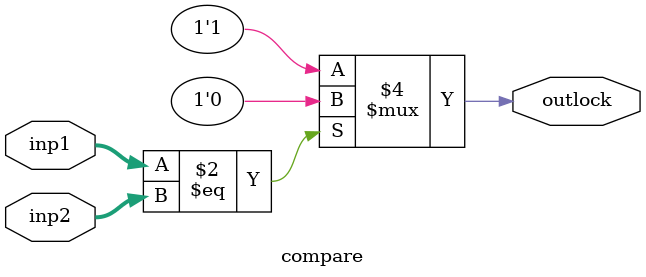
<source format=v>
module test;//testbench code.
  reg [15:0]in;//input
  reg reset;//for setting the initial password
  wire out;//This gives the output
  
  RSSS dut(.in(in),.reset(reset),.out(out)); // to bring the Main module on which we are testing different input values
  
  initial 
  begin
    reset<=1;
    in<=6969;
    #5
    reset<=0;
    in<=6969;
    #10
    if(out==0)
      begin
        $display("Lock Opened");
      end
    else
      begin
        $display("Wrong Password");
      end
  end
endmodule

//Main Code
module RSSS(in,reset,out);
input [15:0]in;
input reset;
output out;
wire [15:0]w1;
wire [15:0]w2;
take_in T1(reset,in,w1,w2);
compare C1(w1,w2,out);
endmodule


module take_in (reset,in , out1,out2);
input [15:0] in;
input reset;
reg control;
reg [15:0] mem;
output reg [15:0] out1 , out2;
always @ (*)
	begin
		if(reset)
			begin
				mem <= in;
				out1<= mem;
			end
		else
			begin
				mem <= in;
				out2<=mem;
			end
			
	end
	
endmodule

module compare(inp1,inp2,outlock);
input [15:0]inp1;
input [15:0]inp2;
output reg outlock;
always @(*)
begin
	if(inp1==inp2)
	begin
		outlock<=0;
    end
    else
    begin
		outlock<=1;
	end
end
endmodule

</source>
